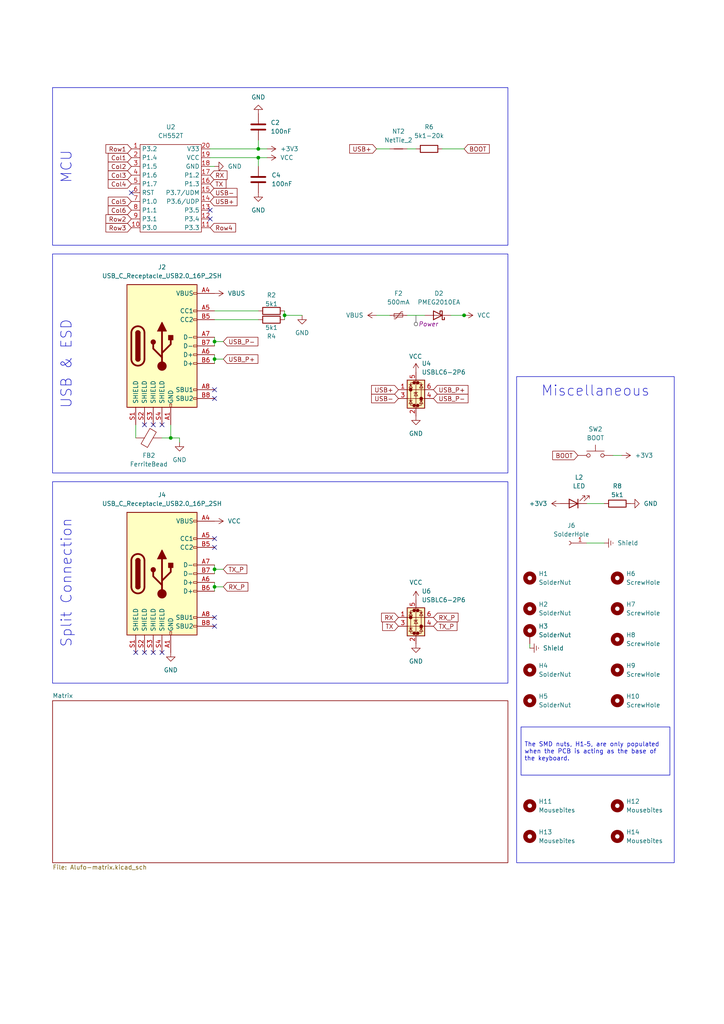
<source format=kicad_sch>
(kicad_sch (version 20250114) (generator "eeschema") (generator_version "9.0")
  (paper "A4" portrait)
  (title_block (title "Alufo ") (rev "1.0R") (company "bgkendall") (comment 1 "Split one-layer reversible keyboard PCB (righthand side)"))
  (lib_symbols
    (symbol "Connector:Conn_01x01_Socket" (pin_names (offset 1.016) (hide yes))
      (property "Reference" "J" (at 0 2.54 0))
      (property "Value" "Conn_01x01_Socket" (at 0 -2.54 0))
      (symbol "Conn_01x01_Socket_1_1"
        (polyline (pts (xy -1.27 0) (xy -0.508 0)) (stroke (width 0.1524)))
        (arc (start 0 -0.508) (mid -0.5058 0) (end 0 0.508) (stroke (width 0.1524)))
        (pin passive line (at -5.08 0 0) (length 3.81) (name "Pin_1") (number "1"))
      )
    )
    (symbol "Device:C" (pin_numbers (hide yes)) (pin_names (offset 0.254))
      (property "Reference" "C" (at 0.635 2.54 0))
      (property "Value" "C" (at 0.635 -2.54 0))
      (symbol "C_0_1"
        (polyline (pts (xy -2.032 0.762) (xy 2.032 0.762)) (stroke (width 0.508)))
        (polyline (pts (xy -2.032 -0.762) (xy 2.032 -0.762)) (stroke (width 0.508)))
      )
      (symbol "C_1_1"
        (pin passive line (at 0 3.81 270) (length 2.794) (name "~") (number "1"))
        (pin passive line (at 0 -3.81 90) (length 2.794) (name "~") (number "2"))
      )
    )
    (symbol "Device:D_Schottky" (pin_numbers (hide yes)) (pin_names (offset 1.016) (hide yes))
      (property "Reference" "D" (at 0 2.54 0))
      (property "Value" "D_Schottky" (at 0 -2.54 0))
      (symbol "D_Schottky_0_1"
        (polyline (pts (xy -1.905 0.635) (xy -1.905 1.27) (xy -1.27 1.27) (xy -1.27 -1.27) (xy -0.635 -1.27) (xy -0.635 -0.635)) (stroke (width 0.254)))
        (polyline (pts (xy 1.27 1.27) (xy 1.27 -1.27) (xy -1.27 0) (xy 1.27 1.27)) (stroke (width 0.254)))
        (polyline (pts (xy 1.27 0) (xy -1.27 0)))
      )
      (symbol "D_Schottky_1_1"
        (pin passive line (at -3.81 0 0) (length 2.54) (name "K") (number "1"))
        (pin passive line (at 3.81 0 180) (length 2.54) (name "A") (number "2"))
      )
    )
    (symbol "Device:FerriteBead" (pin_numbers (hide yes)) (pin_names (offset 0))
      (property "Reference" "FB" (at -3.81 0.635 90))
      (property "Value" "FerriteBead" (at 3.81 0 90))
      (symbol "FerriteBead_0_1"
        (polyline (pts (xy -2.7686 0.4064) (xy -1.7018 2.2606) (xy 2.7686 -0.3048) (xy 1.6764 -2.159) (xy -2.7686 0.4064)))
        (polyline (pts (xy 0 1.27) (xy 0 1.2954)))
        (polyline (pts (xy 0 -1.27) (xy 0 -1.2192)))
      )
      (symbol "FerriteBead_1_1"
        (pin passive line (at 0 3.81 270) (length 2.54) (name "~") (number "1"))
        (pin passive line (at 0 -3.81 90) (length 2.54) (name "~") (number "2"))
      )
    )
    (symbol "Device:LED" (pin_numbers (hide yes)) (pin_names (offset 1.016) (hide yes))
      (property "Reference" "D" (at 0 2.54 0))
      (property "Value" "LED" (at 0 -2.54 0))
      (symbol "LED_0_1"
        (polyline (pts (xy -3.048 -0.762) (xy -4.572 -2.286) (xy -3.81 -2.286) (xy -4.572 -2.286) (xy -4.572 -1.524)))
        (polyline (pts (xy -1.778 -0.762) (xy -3.302 -2.286) (xy -2.54 -2.286) (xy -3.302 -2.286) (xy -3.302 -1.524)))
        (polyline (pts (xy -1.27 0) (xy 1.27 0)))
        (polyline (pts (xy -1.27 -1.27) (xy -1.27 1.27)) (stroke (width 0.254)))
        (polyline (pts (xy 1.27 -1.27) (xy 1.27 1.27) (xy -1.27 0) (xy 1.27 -1.27)) (stroke (width 0.254)))
      )
      (symbol "LED_1_1"
        (pin passive line (at -3.81 0 0) (length 2.54) (name "K") (number "1"))
        (pin passive line (at 3.81 0 180) (length 2.54) (name "A") (number "2"))
      )
    )
    (symbol "Device:NetTie_2" (pin_numbers (hide yes)) (pin_names (offset 0) (hide yes)) (in_bom no)
      (property "Reference" "NT" (at 0 1.27 0))
      (property "Value" "NetTie_2" (at 0 -1.27 0))
      (symbol "NetTie_2_0_1"
        (polyline (pts (xy -1.27 0) (xy 1.27 0)) (stroke (width 0.254)))
      )
      (symbol "NetTie_2_1_1"
        (pin passive line (at -2.54 0 0) (length 2.54) (name "1") (number "1"))
        (pin passive line (at 2.54 0 180) (length 2.54) (name "2") (number "2"))
      )
    )
    (symbol "Device:Polyfuse_Small" (pin_numbers (hide yes)) (pin_names (offset 0))
      (property "Reference" "F" (at -1.905 0 90))
      (property "Value" "Polyfuse_Small" (at 1.905 0 90))
      (symbol "Polyfuse_Small_0_1"
        (polyline (pts (xy -1.016 1.27) (xy -1.016 0.762) (xy 1.016 -0.762) (xy 1.016 -1.27)))
        (rectangle (start -0.508 1.27) (end 0.508 -1.27))
        (polyline (pts (xy 0 2.54) (xy 0 -2.54)))
      )
      (symbol "Polyfuse_Small_1_1"
        (pin passive line (at 0 2.54 270) (length 0.635) (name "~") (number "1"))
        (pin passive line (at 0 -2.54 90) (length 0.635) (name "~") (number "2"))
      )
    )
    (symbol "Device:R" (pin_numbers (hide yes)) (pin_names (offset 0))
      (property "Reference" "R" (at 2.032 0 90))
      (property "Value" "R" (at 0 0 90))
      (symbol "R_0_1"
        (rectangle (start -1.016 -2.54) (end 1.016 2.54) (stroke (width 0.254)))
      )
      (symbol "R_1_1"
        (pin passive line (at 0 3.81 270) (length 1.27) (name "~") (number "1"))
        (pin passive line (at 0 -3.81 90) (length 1.27) (name "~") (number "2"))
      )
    )
    (symbol "Mechanical:MountingHole" (pin_names (offset 1.016)) (exclude_from_sim yes) (in_bom no)
      (property "Reference" "H" (at 0 5.08 0))
      (property "Value" "MountingHole" (at 0 3.175 0))
      (symbol "MountingHole_0_1"
        (circle (center 0 0) (radius 1.27) (stroke (width 1.27)))
      )
    )
    (symbol "Mechanical:MountingHole_Pad" (pin_numbers (hide yes)) (pin_names (offset 1.016) (hide yes)) (exclude_from_sim yes) (in_bom no)
      (property "Reference" "H" (at 0 6.35 0))
      (property "Value" "MountingHole_Pad" (at 0 4.445 0))
      (symbol "MountingHole_Pad_0_1"
        (circle (center 0 1.27) (radius 1.27) (stroke (width 1.27)))
      )
      (symbol "MountingHole_Pad_1_1"
        (pin input line (at 0 -2.54 90) (length 2.54) (name "1") (number "1"))
      )
    )
    (symbol "Power_Protection:USBLC6-2P6" (pin_names (hide yes))
      (property "Reference" "U" (at 0.635 5.715 0))
      (property "Value" "USBLC6-2P6" (at 0.635 3.81 0))
      (symbol "USBLC6-2P6_0_0"
        (circle (center -1.524 0) (radius 0.0001) (stroke (width 0.508)))
        (circle (center -0.508 2.032) (radius 0.0001) (stroke (width 0.508)))
        (circle (center -0.508 -4.572) (radius 0.0001) (stroke (width 0.508)))
        (circle (center 0.508 2.032) (radius 0.0001) (stroke (width 0.508)))
        (circle (center 0.508 -4.572) (radius 0.0001) (stroke (width 0.508)))
        (circle (center 1.524 -2.54) (radius 0.0001) (stroke (width 0.508)))
      )
      (symbol "USBLC6-2P6_0_1"
        (polyline (pts (xy -2.54 0) (xy 2.54 0)))
        (polyline (pts (xy -2.54 -2.54) (xy 2.54 -2.54)))
        (polyline (pts (xy -2.032 0.508) (xy -1.016 0.508) (xy -1.524 1.524) (xy -2.032 0.508)))
        (polyline (pts (xy -2.032 -3.048) (xy -1.016 -3.048)))
        (polyline (pts (xy -1.016 1.524) (xy -2.032 1.524)))
        (polyline (pts (xy -1.016 -4.064) (xy -2.032 -4.064) (xy -1.524 -3.048) (xy -1.016 -4.064)))
        (polyline (pts (xy -0.508 -1.143) (xy -0.508 -0.762) (xy 0.508 -0.762)))
        (polyline (pts (xy 0 2.54) (xy -0.508 2.032) (xy 0.508 2.032) (xy 0 1.524) (xy 0 -4.064) (xy -0.508 -4.572) (xy 0.508 -4.572) (xy 0 -5.08)))
        (polyline (pts (xy 0.508 -1.778) (xy -0.508 -1.778) (xy 0 -0.762) (xy 0.508 -1.778)))
        (polyline (pts (xy 1.016 1.524) (xy 2.032 1.524)))
        (polyline (pts (xy 1.016 -3.048) (xy 2.032 -3.048)))
        (polyline (pts (xy 2.032 0.508) (xy 1.016 0.508) (xy 1.524 1.524) (xy 2.032 0.508)))
        (polyline (pts (xy 2.032 -4.064) (xy 1.016 -4.064) (xy 1.524 -3.048) (xy 2.032 -4.064)))
      )
      (symbol "USBLC6-2P6_1_1"
        (rectangle (start -2.54 2.794) (end 2.54 -5.334) (stroke (width 0.254)) (fill (type background)))
        (polyline (pts (xy -0.508 2.032) (xy -1.524 2.032) (xy -1.524 -4.572) (xy -0.508 -4.572)))
        (polyline (pts (xy 0.508 -4.572) (xy 1.524 -4.572) (xy 1.524 2.032) (xy 0.508 2.032)))
        (pin passive line (at -5.08 0 0) (length 2.54) (name "I/O1") (number "1"))
        (pin passive line (at -5.08 -2.54 0) (length 2.54) (name "I/O2") (number "3"))
        (pin passive line (at 0 5.08 270) (length 2.54) (name "VBUS") (number "5"))
        (pin passive line (at 0 -7.62 90) (length 2.54) (name "GND") (number "2"))
        (pin passive line (at 5.08 0 180) (length 2.54) (name "I/O1") (number "6"))
        (pin passive line (at 5.08 -2.54 180) (length 2.54) (name "I/O2") (number "4"))
      )
    )
    (symbol "Project Library:MCU_CH552T_TSSOP-20"
      (property "Reference" "U1" (at 0.254 13.97 0))
      (property "Value" "CH552T" (at 0.254 11.43 0))
      (symbol "MCU_CH552T_TSSOP-20_0_1"
        (rectangle (start -8.89 10.16) (end 8.89 -15.24))
      )
      (symbol "MCU_CH552T_TSSOP-20_1_1"
        (pin input line (at -11.43 8.89 0) (length 2.54) (name "P3.2") (number "1"))
        (pin input line (at -11.43 6.35 0) (length 2.54) (name "P1.4") (number "2"))
        (pin input line (at -11.43 3.81 0) (length 2.54) (name "P1.5") (number "3"))
        (pin input line (at -11.43 1.27 0) (length 2.54) (name "P1.6") (number "4"))
        (pin input line (at -11.43 -1.27 0) (length 2.54) (name "P1.7") (number "5"))
        (pin input line (at -11.43 -3.81 0) (length 2.54) (name "RST") (number "6"))
        (pin input line (at -11.43 -6.35 0) (length 2.54) (name "P1.0") (number "7"))
        (pin input line (at -11.43 -8.89 0) (length 2.54) (name "P1.1") (number "8"))
        (pin input line (at -11.43 -11.43 0) (length 2.54) (name "P3.1") (number "9"))
        (pin input line (at -11.43 -13.97 0) (length 2.54) (name "P3.0") (number "10"))
        (pin input line (at 11.43 8.89 180) (length 2.54) (name "V33") (number "20"))
        (pin input line (at 11.43 6.35 180) (length 2.54) (name "VCC") (number "19"))
        (pin input line (at 11.43 3.81 180) (length 2.54) (name "GND") (number "18"))
        (pin input line (at 11.43 1.27 180) (length 2.54) (name "P1.2") (number "17"))
        (pin input line (at 11.43 -1.27 180) (length 2.54) (name "P1.3") (number "16"))
        (pin input line (at 11.43 -3.81 180) (length 2.54) (name "P3.7/UDM") (number "15"))
        (pin input line (at 11.43 -6.35 180) (length 2.54) (name "P3.6/UDP") (number "14"))
        (pin input line (at 11.43 -8.89 180) (length 2.54) (name "P3.5") (number "13"))
        (pin input line (at 11.43 -11.43 180) (length 2.54) (name "P3.4") (number "12"))
        (pin input line (at 11.43 -13.97 180) (length 2.54) (name "P3.3") (number "11"))
      )
    )
    (symbol "Project Library:USB_C_Receptacle_USB2.0_16P_2SH" (pin_names (offset 1.016))
      (property "Reference" "J" (at 0 22.225 0))
      (property "Value" "USB_C_Receptacle_USB2.0_16P_2SH" (at 0 19.685 0))
      (symbol "USB_C_Receptacle_USB2.0_16P_2SH_0_0"
        (rectangle (start 2.286 -17.78) (end 2.794 -16.764))
        (rectangle (start 10.16 15.494) (end 9.144 14.986))
        (rectangle (start 10.16 10.414) (end 9.144 9.906))
        (rectangle (start 10.16 7.874) (end 9.144 7.366))
        (rectangle (start 10.16 2.794) (end 9.144 2.286))
        (rectangle (start 10.16 0.254) (end 9.144 -0.254))
        (rectangle (start 10.16 -2.286) (end 9.144 -2.794))
        (rectangle (start 10.16 -4.826) (end 9.144 -5.334))
        (rectangle (start 10.16 -12.446) (end 9.144 -12.954))
        (rectangle (start 10.16 -14.986) (end 9.144 -15.494))
      )
      (symbol "USB_C_Receptacle_USB2.0_16P_2SH_0_1"
        (rectangle (start -10.16 17.78) (end 10.16 -17.78) (stroke (width 0.254)) (fill (type background)))
        (polyline (pts (xy -8.89 -3.81) (xy -8.89 3.81)) (stroke (width 0.508)))
        (rectangle (start -7.62 -3.81) (end -6.35 3.81) (stroke (width 0.254)) (fill (type outline)))
        (arc (start -7.62 3.81) (mid -6.985 4.4423) (end -6.35 3.81) (stroke (width 0.254)))
        (arc (start -7.62 3.81) (mid -6.985 4.4423) (end -6.35 3.81) (stroke (width 0.254)) (fill (type outline)))
        (arc (start -8.89 3.81) (mid -6.985 5.7067) (end -5.08 3.81) (stroke (width 0.508)))
        (arc (start -5.08 -3.81) (mid -6.985 -5.7067) (end -8.89 -3.81) (stroke (width 0.508)))
        (arc (start -6.35 -3.81) (mid -6.985 -4.4423) (end -7.62 -3.81) (stroke (width 0.254)))
        (arc (start -6.35 -3.81) (mid -6.985 -4.4423) (end -7.62 -3.81) (stroke (width 0.254)) (fill (type outline)))
        (polyline (pts (xy -5.08 3.81) (xy -5.08 -3.81)) (stroke (width 0.508)))
        (circle (center -2.54 1.143) (radius 0.635) (stroke (width 0.254)) (fill (type outline)))
        (polyline (pts (xy -1.27 4.318) (xy 0 6.858) (xy 1.27 4.318) (xy -1.27 4.318)) (stroke (width 0.254)) (fill (type outline)))
        (polyline (pts (xy 0 -2.032) (xy 2.54 0.508) (xy 2.54 1.778)) (stroke (width 0.508)))
        (polyline (pts (xy 0 -3.302) (xy -2.54 -0.762) (xy -2.54 0.508)) (stroke (width 0.508)))
        (polyline (pts (xy 0 -5.842) (xy 0 4.318)) (stroke (width 0.508)))
        (circle (center 0 -5.842) (radius 1.27) (fill (type outline)))
        (rectangle (start 1.905 1.778) (end 3.175 3.048) (stroke (width 0.254)) (fill (type outline)))
      )
      (symbol "USB_C_Receptacle_USB2.0_16P_2SH_1_1"
        (pin passive line (at -7.62 -22.86 90) (length 5.08) (name "SHIELD") (number "S1"))
        (pin passive line (at -5.08 -22.86 90) (length 5.08) (name "SHIELD") (number "S2"))
        (pin passive line (at -2.54 -22.86 90) (length 5.08) (name "SHIELD") (number "S3"))
        (pin passive line (at 0 -22.86 90) (length 5.08) (name "SHIELD") (number "S4"))
        (pin passive line (at 2.54 -22.86 90) (length 5.08) (name "GND") (number "A1"))
        (pin passive line (at 2.54 -22.86 90) (length 5.08) (hide yes) (name "GND") (number "A12"))
        (pin passive line (at 2.54 -22.86 90) (length 5.08) (hide yes) (name "GND") (number "B1"))
        (pin passive line (at 2.54 -22.86 90) (length 5.08) (hide yes) (name "GND") (number "B12"))
        (pin passive line (at 15.24 15.24 180) (length 5.08) (name "VBUS") (number "A4"))
        (pin passive line (at 15.24 15.24 180) (length 5.08) (hide yes) (name "VBUS") (number "A9"))
        (pin passive line (at 15.24 15.24 180) (length 5.08) (hide yes) (name "VBUS") (number "B4"))
        (pin passive line (at 15.24 15.24 180) (length 5.08) (hide yes) (name "VBUS") (number "B9"))
        (pin bidirectional line (at 15.24 10.16 180) (length 5.08) (name "CC1") (number "A5"))
        (pin bidirectional line (at 15.24 7.62 180) (length 5.08) (name "CC2") (number "B5"))
        (pin bidirectional line (at 15.24 2.54 180) (length 5.08) (name "D-") (number "A7"))
        (pin bidirectional line (at 15.24 0 180) (length 5.08) (name "D-") (number "B7"))
        (pin bidirectional line (at 15.24 -2.54 180) (length 5.08) (name "D+") (number "A6"))
        (pin bidirectional line (at 15.24 -5.08 180) (length 5.08) (name "D+") (number "B6"))
        (pin bidirectional line (at 15.24 -12.7 180) (length 5.08) (name "SBU1") (number "A8"))
        (pin bidirectional line (at 15.24 -15.24 180) (length 5.08) (name "SBU2") (number "B8"))
      )
    )
    (symbol "Switch:SW_Push" (pin_numbers (hide yes)) (pin_names (offset 1.016) (hide yes))
      (property "Reference" "SW" (at 1.27 2.54 0))
      (property "Value" "SW_Push" (at 0 -1.524 0))
      (symbol "SW_Push_0_1"
        (circle (center -2.032 0) (radius 0.508))
        (polyline (pts (xy 0 1.27) (xy 0 3.048)))
        (circle (center 2.032 0) (radius 0.508))
        (polyline (pts (xy 2.54 1.27) (xy -2.54 1.27)))
        (pin passive line (at -5.08 0 0) (length 2.54) (name "1") (number "1"))
        (pin passive line (at 5.08 0 180) (length 2.54) (name "2") (number "2"))
      )
    )
    (symbol "power:+3V3" (power) (pin_names (offset 0))
      (property "Value" "+3V3" (at 0 3.556 0))
      (symbol "+3V3_0_1"
        (polyline (pts (xy -0.762 1.27) (xy 0 2.54)))
        (polyline (pts (xy 0 2.54) (xy 0.762 1.27)))
        (polyline (pts (xy 0 0) (xy 0 2.54)))
      )
      (symbol "+3V3_1_1"
        (pin power_in line (at 0 0 90) (length 0) (hide yes) (name "+3V3") (number "1"))
      )
    )
    (symbol "power:Earth" (power) (pin_numbers (hide yes)) (pin_names (offset 0) (hide yes))
      (property "Value" "Earth" (at 0 -3.81 0))
      (symbol "Earth_0_1"
        (polyline (pts (xy -0.635 -1.905) (xy 0.635 -1.905)))
        (polyline (pts (xy -0.127 -2.54) (xy 0.127 -2.54)))
        (polyline (pts (xy 0 -1.27) (xy 0 0)))
        (polyline (pts (xy 1.27 -1.27) (xy -1.27 -1.27)))
      )
      (symbol "Earth_1_1"
        (pin power_in line (at 0 0 270) (length 0) (name "~") (number "1"))
      )
    )
    (symbol "power:GND" (power) (pin_numbers (hide yes)) (pin_names (offset 0) (hide yes))
      (property "Value" "GND" (at 0 -3.81 0))
      (symbol "GND_0_1"
        (polyline (pts (xy 0 0) (xy 0 -1.27) (xy 1.27 -1.27) (xy 0 -2.54) (xy -1.27 -1.27) (xy 0 -1.27)))
      )
      (symbol "GND_1_1"
        (pin power_in line (at 0 0 270) (length 0) (name "~") (number "1"))
      )
    )
    (symbol "power:VBUS" (power) (pin_names (offset 0))
      (property "Value" "VBUS" (at 0 3.81 0))
      (symbol "VBUS_0_1"
        (polyline (pts (xy -0.762 1.27) (xy 0 2.54)))
        (polyline (pts (xy 0 2.54) (xy 0.762 1.27)))
        (polyline (pts (xy 0 0) (xy 0 2.54)))
      )
      (symbol "VBUS_1_1"
        (pin power_in line (at 0 0 90) (length 0) (hide yes) (name "VBUS") (number "1"))
      )
    )
    (symbol "power:VCC" (power) (pin_names (offset 0))
      (property "Value" "VCC" (at 0 3.81 0))
      (symbol "VCC_0_1"
        (polyline (pts (xy -0.762 1.27) (xy 0 2.54)))
        (polyline (pts (xy 0 2.54) (xy 0.762 1.27)))
        (polyline (pts (xy 0 0) (xy 0 2.54)))
      )
      (symbol "VCC_1_1"
        (pin power_in line (at 0 0 90) (length 0) (hide yes) (name "VCC") (number "1"))
      )
    )
  )
  (text_box "MCU" (at 15.24 25.4 90) (size 132.08 45.72) (margins 2.25 2.25 2.25 2.25) (effects (font (size 3 3)) (justify top)))
  (text_box "Miscellaneous" (at 149.86 109.22 0) (size 45.72 140.97) (margins 2.25 2.25 2.25 2.25) (effects (font (size 3 3)) (justify top)))
  (text_box "Split Connection" (at 15.24 139.7 90) (size 132.08 58.42) (margins 2.25 2.25 2.25 2.25) (effects (font (size 3 3)) (justify top)))
  (text_box "USB & ESD" (at 15.24 73.66 90) (size 132.08 63.5) (margins 2.25 2.25 2.25 2.25) (effects (font (size 3 3)) (justify top)))
  (text_box "The SMD nuts, H1–5, are only populated when the PCB is acting as the base of the keyboard." (at 151.13 210.82 0) (size 43.18 13.97) (margins 0.9525 0.9525 0.9525 0.9525) (effects (font (size 1.27 1.27)) (justify left)))
  (junction (at 49.53 127))
  (junction (at 62.23 170.18))
  (junction (at 134.62 91.44))
  (junction (at 74.93 45.72))
  (junction (at 62.23 104.14))
  (junction (at 74.93 43.18))
  (junction (at 82.55 91.44))
  (junction (at 62.23 165.1))
  (junction (at 62.23 99.06))
  (no_connect (at 60.96 60.96))
  (no_connect (at 44.45 189.23))
  (no_connect (at 39.37 189.23))
  (no_connect (at 46.99 123.19))
  (no_connect (at 41.91 189.23))
  (no_connect (at 62.23 181.61))
  (no_connect (at 62.23 158.75))
  (no_connect (at 38.1 55.88))
  (no_connect (at 46.99 189.23))
  (no_connect (at 60.96 63.5))
  (no_connect (at 62.23 156.21))
  (no_connect (at 41.91 123.19))
  (no_connect (at 62.23 115.57))
  (no_connect (at 62.23 179.07))
  (no_connect (at 62.23 113.03))
  (no_connect (at 44.45 123.19))
  (wire (pts (xy 74.93 45.72) (xy 77.47 45.72)))
  (wire (pts (xy 74.93 92.71) (xy 62.23 92.71)))
  (wire (pts (xy 62.23 170.18) (xy 62.23 171.45)))
  (wire (pts (xy 62.23 163.83) (xy 62.23 165.1)))
  (wire (pts (xy 64.77 170.18) (xy 62.23 170.18)))
  (wire (pts (xy 87.63 91.44) (xy 82.55 91.44)))
  (wire (pts (xy 52.07 127) (xy 49.53 127)))
  (wire (pts (xy 118.11 91.44) (xy 123.19 91.44)))
  (wire (pts (xy 180.34 132.08) (xy 177.8 132.08)))
  (wire (pts (xy 60.96 45.72) (xy 74.93 45.72)))
  (wire (pts (xy 39.37 127) (xy 39.37 123.19)))
  (wire (pts (xy 134.62 43.18) (xy 128.27 43.18)))
  (wire (pts (xy 82.55 91.44) (xy 82.55 92.71)))
  (wire (pts (xy 60.96 48.26) (xy 62.23 48.26)))
  (wire (pts (xy 74.93 43.18) (xy 77.47 43.18)))
  (wire (pts (xy 64.77 99.06) (xy 62.23 99.06)))
  (wire (pts (xy 49.53 127) (xy 46.99 127)))
  (wire (pts (xy 109.22 43.18) (xy 113.03 43.18)))
  (wire (pts (xy 62.23 168.91) (xy 62.23 170.18)))
  (wire (pts (xy 74.93 48.26) (xy 74.93 45.72)))
  (wire (pts (xy 153.67 186.69) (xy 153.67 187.96)))
  (wire (pts (xy 74.93 40.64) (xy 74.93 43.18)))
  (wire (pts (xy 60.96 43.18) (xy 74.93 43.18)))
  (wire (pts (xy 170.18 146.05) (xy 175.26 146.05)))
  (wire (pts (xy 62.23 102.87) (xy 62.23 104.14)))
  (wire (pts (xy 170.18 157.48) (xy 175.26 157.48)))
  (wire (pts (xy 74.93 90.17) (xy 62.23 90.17)))
  (wire (pts (xy 64.77 104.14) (xy 62.23 104.14)))
  (wire (pts (xy 130.81 91.44) (xy 134.62 91.44)))
  (wire (pts (xy 118.11 43.18) (xy 120.65 43.18)))
  (wire (pts (xy 62.23 104.14) (xy 62.23 105.41)))
  (wire (pts (xy 52.07 127) (xy 52.07 128.27)))
  (wire (pts (xy 62.23 99.06) (xy 62.23 100.33)))
  (wire (pts (xy 109.22 91.44) (xy 113.03 91.44)))
  (wire (pts (xy 62.23 97.79) (xy 62.23 99.06)))
  (wire (pts (xy 62.23 165.1) (xy 62.23 166.37)))
  (wire (pts (xy 49.53 123.19) (xy 49.53 127)))
  (wire (pts (xy 134.62 91.44) (xy 135.128 91.44)))
  (wire (pts (xy 82.55 90.17) (xy 82.55 91.44)))
  (wire (pts (xy 64.77 165.1) (xy 62.23 165.1)))
  (global_label "USB-" (shape input) (at 60.96 55.88 0) (property "Intersheetrefs" "${INTERSHEET_REFS}" (effects (hide yes))))
  (global_label "RX_P" (shape input) (at 125.73 179.07 0) (property "Intersheetrefs" "${INTERSHEET_REFS}" (effects (hide yes))))
  (global_label "BOOT" (shape input) (at 134.62 43.18 0) (property "Intersheetrefs" "${INTERSHEET_REFS}" (effects (hide yes))))
  (global_label "TX" (shape input) (at 60.96 53.34 0) (property "Intersheetrefs" "${INTERSHEET_REFS}" (effects (hide yes))))
  (global_label "RX" (shape input) (at 115.57 179.07 180) (property "Intersheetrefs" "${INTERSHEET_REFS}" (effects (hide yes))))
  (global_label "TX_P" (shape input) (at 125.73 181.61 0) (property "Intersheetrefs" "${INTERSHEET_REFS}" (effects (hide yes))))
  (global_label "USB_P-" (shape input) (at 64.77 99.06 0) (property "Intersheetrefs" "${INTERSHEET_REFS}" (effects (hide yes))))
  (global_label "Col3" (shape input) (at 38.1 50.8 180) (property "Intersheetrefs" "${INTERSHEET_REFS}" (effects (hide yes))))
  (global_label "USB_P-" (shape input) (at 125.73 115.57 0) (property "Intersheetrefs" "${INTERSHEET_REFS}" (effects (hide yes))))
  (global_label "USB_P+" (shape input) (at 125.73 113.03 0) (property "Intersheetrefs" "${INTERSHEET_REFS}" (effects (hide yes))))
  (global_label "USB+" (shape input) (at 60.96 58.42 0) (property "Intersheetrefs" "${INTERSHEET_REFS}" (effects (hide yes))))
  (global_label "Col4" (shape input) (at 38.1 53.34 180) (property "Intersheetrefs" "${INTERSHEET_REFS}" (effects (hide yes))))
  (global_label "Row4" (shape input) (at 60.96 66.04 0) (property "Intersheetrefs" "${INTERSHEET_REFS}" (effects (hide yes))))
  (global_label "Col6" (shape input) (at 38.1 60.96 180) (property "Intersheetrefs" "${INTERSHEET_REFS}" (effects (hide yes))))
  (global_label "USB+" (shape input) (at 109.22 43.18 180) (property "Intersheetrefs" "${INTERSHEET_REFS}" (effects (hide yes))))
  (global_label "USB_P+" (shape input) (at 64.77 104.14 0) (property "Intersheetrefs" "${INTERSHEET_REFS}" (effects (hide yes))))
  (global_label "Row2" (shape input) (at 38.1 63.5 180) (property "Intersheetrefs" "${INTERSHEET_REFS}" (effects (hide yes))))
  (global_label "Row3" (shape input) (at 38.1 66.04 180) (property "Intersheetrefs" "${INTERSHEET_REFS}" (effects (hide yes))))
  (global_label "USB+" (shape input) (at 115.57 113.03 180) (property "Intersheetrefs" "${INTERSHEET_REFS}" (effects (hide yes))))
  (global_label "Col2" (shape input) (at 38.1 48.26 180) (property "Intersheetrefs" "${INTERSHEET_REFS}" (effects (hide yes))))
  (global_label "RX_P" (shape input) (at 64.77 170.18 0) (property "Intersheetrefs" "${INTERSHEET_REFS}" (effects (hide yes))))
  (global_label "USB-" (shape input) (at 115.57 115.57 180) (property "Intersheetrefs" "${INTERSHEET_REFS}" (effects (hide yes))))
  (global_label "TX_P" (shape input) (at 64.77 165.1 0) (property "Intersheetrefs" "${INTERSHEET_REFS}" (effects (hide yes))))
  (global_label "BOOT" (shape input) (at 167.64 132.08 180) (property "Intersheetrefs" "${INTERSHEET_REFS}" (effects (hide yes))))
  (global_label "Row1" (shape input) (at 38.1 43.18 180) (property "Intersheetrefs" "${INTERSHEET_REFS}" (effects (hide yes))))
  (global_label "Col1" (shape input) (at 38.1 45.72 180) (property "Intersheetrefs" "${INTERSHEET_REFS}" (effects (hide yes))))
  (global_label "RX" (shape input) (at 60.96 50.8 0) (property "Intersheetrefs" "${INTERSHEET_REFS}" (effects (hide yes))))
  (global_label "TX" (shape input) (at 115.57 181.61 180) (property "Intersheetrefs" "${INTERSHEET_REFS}" (effects (hide yes))))
  (global_label "Col5" (shape input) (at 38.1 58.42 180) (property "Intersheetrefs" "${INTERSHEET_REFS}" (effects (hide yes))))
  (netclass_flag "" (length 2.54) (shape round) (at 120.65 91.44 180) (property "Netclass" "Power" (at 121.3485 93.98 0) (effects (font (italic yes)) (justify left))))
  (symbol (lib_id "Project Library:USB_C_Receptacle_USB2.0_16P_2SH") (at 46.99 100.33 0) (unit 1)
    (property "Reference" "J2" (at 46.99 77.47 0))
    (property "Value" "USB_C_Receptacle_USB2.0_16P_2SH" (at 46.99 80.01 0))
    (property "Footprint" "Project Library:USB_C_Receptacle_HRO_TYPE-C-31-M-12" (effects (hide yes)))
    (property "Datasheet" "https://www.usb.org/sites/default/files/documents/usb_type-c.zip" (effects (hide yes)))
    (property "Description" "USB 2.0-only 16P Type-C Receptacle connector" (effects (hide yes)))
  )
  (symbol (lib_id "Mechanical:MountingHole") (at 179.07 233.68 0) (unit 1) (exclude_from_sim yes) (in_bom no)
    (property "Reference" "H12" (at 181.61 232.4099 0) (effects (justify left)))
    (property "Value" "Mousebites" (at 181.61 234.9499 0) (effects (justify left)))
    (property "Footprint" "Project Library:Mousebites" (effects (hide yes)))
    (property "Description" "Mounting Hole without connection" (effects (hide yes)))
  )
  (symbol (lib_id "Project Library:USB_C_Receptacle_USB2.0_16P_2SH") (at 46.99 166.37 0) (unit 1)
    (property "Reference" "J4" (at 46.99 143.51 0))
    (property "Value" "USB_C_Receptacle_USB2.0_16P_2SH" (at 46.99 146.05 0))
    (property "Footprint" "Project Library:USB_C_Receptacle_HRO_TYPE-C-31-M-12" (effects (hide yes)))
    (property "Datasheet" "https://www.usb.org/sites/default/files/documents/usb_type-c.zip" (effects (hide yes)))
    (property "Description" "USB 2.0-only 16P Type-C Receptacle connector" (effects (hide yes)))
  )
  (symbol (lib_id "Power_Protection:USBLC6-2P6") (at 120.65 179.07 0) (unit 1)
    (property "Reference" "U6" (at 122.3011 171.45 0) (effects (justify left)))
    (property "Value" "USBLC6-2P6" (at 122.3011 173.99 0) (effects (justify left)))
    (property "Footprint" "Project Library:SOT-666_Mod" (effects (hide yes)))
    (property "Datasheet" "https://www.st.com/resource/en/datasheet/usblc6-2.pdf" (effects (hide yes)))
    (property "Description" "Very low capacitance ESD protection diode, 2 data-line, SOT-666" (effects (hide yes)))
  )
  (symbol (lib_id "Device:LED") (at 166.37 146.05 180) (unit 1)
    (property "Reference" "L2" (at 167.9575 138.43 0))
    (property "Value" "LED" (at 167.9575 140.97 0))
    (property "Footprint" "Project Library:LED_0805_2012Metric_Mod" (effects (hide yes)))
    (property "Description" "Light emitting diode" (effects (hide yes)))
  )
  (symbol (lib_id "Device:C") (at 74.93 36.83 180) (unit 1)
    (property "Reference" "C2" (at 78.486 35.56 0) (effects (justify right)))
    (property "Value" "100nF" (at 78.486 38.1 0) (effects (justify right)))
    (property "Footprint" "Capacitor_SMD:C_0603_1608Metric" (effects (hide yes)))
    (property "LCSC" "C66501" (effects (hide yes)))
    (property "DigiKey" "1276-1005" (effects (hide yes)))
  )
  (symbol (lib_id "Mechanical:MountingHole") (at 179.07 242.57 0) (unit 1) (exclude_from_sim yes) (in_bom no)
    (property "Reference" "H14" (at 181.61 241.2999 0) (effects (justify left)))
    (property "Value" "Mousebites" (at 181.61 243.8399 0) (effects (justify left)))
    (property "Footprint" "Project Library:Mousebites" (effects (hide yes)))
    (property "Description" "Mounting Hole without connection" (effects (hide yes)))
  )
  (symbol (lib_id "power:GND") (at 74.93 55.88 0) (unit 1)
    (property "Reference" "#PWR030" (effects (hide yes)))
    (property "Value" "GND" (at 74.93 60.96 0))
  )
  (symbol (lib_id "power:GND") (at 120.65 186.69 0) (unit 1)
    (property "Reference" "#PWR032" (effects (hide yes)))
    (property "Value" "GND" (at 120.65 191.77 0))
    (property "Description" "Power symbol creates a global label with name \"GND\" , ground" (effects (hide yes)))
  )
  (symbol (lib_id "Mechanical:MountingHole") (at 153.67 203.2 0) (unit 1) (exclude_from_sim yes)
    (property "Reference" "H5" (at 156.21 201.9299 0) (effects (justify left)))
    (property "Value" "SolderNut" (at 156.21 204.4699 0) (effects (justify left)))
    (property "Footprint" "Project Library:MountingHole_2.2mm_M2_SMD_Solder_Nut" (effects (hide yes)))
    (property "Description" "Mounting Hole without connection" (effects (hide yes)))
  )
  (symbol (lib_id "power:VCC") (at 134.62 91.44 270) (unit 1)
    (property "Reference" "#PWR035" (effects (hide yes)))
    (property "Value" "VCC" (at 138.43 91.4399 90) (effects (justify left)))
  )
  (symbol (lib_id "Connector:Conn_01x01_Socket") (at 165.1 157.48 180) (unit 1)
    (property "Reference" "J6" (at 165.735 152.4 0))
    (property "Value" "SolderHole" (at 165.735 154.94 0))
    (property "Footprint" "Project Library:TestPoint_THTPad_D2.5mm_Drill1.2mm" (effects (hide yes)))
    (property "Description" "Generic connector, single row, 01x01, script generated" (effects (hide yes)))
  )
  (symbol (lib_id "power:GND") (at 74.93 33.02 180) (unit 1)
    (property "Reference" "#PWR026" (effects (hide yes)))
    (property "Value" "GND" (at 74.93 28.194 0))
  )
  (symbol (lib_id "Mechanical:MountingHole") (at 153.67 233.68 0) (unit 1) (exclude_from_sim yes) (in_bom no)
    (property "Reference" "H11" (at 156.21 232.4099 0) (effects (justify left)))
    (property "Value" "Mousebites" (at 156.21 234.9499 0) (effects (justify left)))
    (property "Footprint" "Project Library:Mousebites" (effects (hide yes)))
    (property "Description" "Mounting Hole without connection" (effects (hide yes)))
  )
  (symbol (lib_id "power:GND") (at 49.53 189.23 0) (unit 1)
    (property "Reference" "#PWR033" (effects (hide yes)))
    (property "Value" "GND" (at 49.53 194.31 0))
    (property "Description" "Power symbol creates a global label with name \"GND\" , ground" (effects (hide yes)))
  )
  (symbol (lib_id "Mechanical:MountingHole") (at 179.07 185.42 0) (unit 1) (exclude_from_sim yes) (in_bom no)
    (property "Reference" "H8" (at 181.61 184.1499 0) (effects (justify left)))
    (property "Value" "ScrewHole" (at 181.61 186.6899 0) (effects (justify left)))
    (property "Footprint" "MountingHole:MountingHole_2.2mm_M2" (effects (hide yes)))
    (property "Description" "Mounting Hole without connection" (effects (hide yes)))
  )
  (symbol (lib_id "Device:FerriteBead") (at 43.18 127 90) (unit 1)
    (property "Reference" "FB2" (at 43.18 132.08 90))
    (property "Value" "FerriteBead" (at 43.18 134.62 90))
    (property "Footprint" "Inductor_SMD:L_0805_2012Metric" (effects (hide yes)))
    (property "Description" "Ferrite bead" (effects (hide yes)))
  )
  (symbol (lib_id "Device:C") (at 74.93 52.07 0) (unit 1)
    (property "Reference" "C4" (at 78.74 50.7999 0) (effects (justify left)))
    (property "Value" "100nF" (at 78.74 53.3399 0) (effects (justify left)))
    (property "Footprint" "Capacitor_SMD:C_0603_1608Metric" (effects (hide yes)))
    (property "LCSC" "C66501" (effects (hide yes)))
    (property "DigiKey" "1276-1005" (effects (hide yes)))
  )
  (symbol (lib_id "power:GND") (at 62.23 48.26 90) (unit 1)
    (property "Reference" "#PWR029" (effects (hide yes)))
    (property "Value" "GND" (at 66.04 48.2599 90) (effects (justify right)))
    (property "Description" "Power symbol creates a global label with name \"GND\" , ground" (effects (hide yes)))
  )
  (symbol (lib_id "power:Earth") (at 175.26 157.48 90) (unit 1)
    (property "Reference" "#PWR01" (effects (hide yes)))
    (property "Value" "Shield" (at 179.07 157.4799 90) (effects (justify right)))
    (property "Description" "Power symbol creates a global label with name \"Earth\"" (effects (hide yes)))
  )
  (symbol (lib_id "Device:R") (at 78.74 90.17 90) (unit 1)
    (property "Reference" "R2" (at 78.74 85.598 90))
    (property "Value" "5k1" (at 78.74 88.138 90))
    (property "Footprint" "Resistor_SMD:R_0603_1608Metric" (effects (hide yes)))
    (property "LCSC" "C23186" (effects (hide yes)))
    (property "DigiKey" "311-5.10KHR" (effects (hide yes)))
  )
  (symbol (lib_id "power:VCC") (at 120.65 173.99 0) (unit 1)
    (property "Reference" "#PWR031" (effects (hide yes)))
    (property "Value" "VCC" (at 120.65 168.91 0))
  )
  (symbol (lib_id "power:+3V3") (at 180.34 132.08 270) (unit 1)
    (property "Reference" "#PWR010" (effects (hide yes)))
    (property "Value" "+3V3" (at 184.15 132.0799 90) (effects (justify left)))
  )
  (symbol (lib_id "Device:Polyfuse_Small") (at 115.57 91.44 90) (unit 1)
    (property "Reference" "F2" (at 115.57 85.09 90))
    (property "Value" "500mA" (at 115.57 87.63 90))
    (property "Footprint" "Fuse:Fuse_0603_1608Metric" (effects (hide yes)))
    (property "LCSC" "C210357" (effects (hide yes)))
    (property "DigiKey" "MF-FSMF050X" (effects (hide yes)))
  )
  (symbol (lib_id "Mechanical:MountingHole") (at 153.67 167.64 0) (unit 1) (exclude_from_sim yes)
    (property "Reference" "H1" (at 156.21 166.3699 0) (effects (justify left)))
    (property "Value" "SolderNut" (at 156.21 168.9099 0) (effects (justify left)))
    (property "Footprint" "Project Library:MountingHole_2.2mm_M2_SMD_Solder_Nut" (effects (hide yes)))
    (property "Description" "Mounting Hole without connection" (effects (hide yes)))
  )
  (symbol (lib_id "power:VBUS") (at 62.23 85.09 270) (unit 1)
    (property "Reference" "#PWR023" (effects (hide yes)))
    (property "Value" "VBUS" (at 66.04 85.0899 90) (effects (justify left)))
  )
  (symbol (lib_id "power:VCC") (at 120.65 107.95 0) (unit 1)
    (property "Reference" "#PWR036" (effects (hide yes)))
    (property "Value" "VCC" (at 118.618 103.378 0) (effects (justify left)))
  )
  (symbol (lib_id "power:VBUS") (at 109.22 91.44 90) (unit 1)
    (property "Reference" "#PWR034" (effects (hide yes)))
    (property "Value" "VBUS" (at 100.33 91.44 90) (effects (justify right)))
  )
  (symbol (lib_id "Mechanical:MountingHole") (at 179.07 176.53 0) (unit 1) (exclude_from_sim yes) (in_bom no)
    (property "Reference" "H7" (at 181.61 175.2599 0) (effects (justify left)))
    (property "Value" "ScrewHole" (at 181.61 177.7999 0) (effects (justify left)))
    (property "Footprint" "MountingHole:MountingHole_2.2mm_M2" (effects (hide yes)))
    (property "Description" "Mounting Hole without connection" (effects (hide yes)))
  )
  (symbol (lib_id "Mechanical:MountingHole") (at 153.67 194.31 0) (unit 1) (exclude_from_sim yes)
    (property "Reference" "H4" (at 156.21 193.0399 0) (effects (justify left)))
    (property "Value" "SolderNut" (at 156.21 195.5799 0) (effects (justify left)))
    (property "Footprint" "Project Library:MountingHole_2.2mm_M2_SMD_Solder_Nut" (effects (hide yes)))
    (property "Description" "Mounting Hole without connection" (effects (hide yes)))
  )
  (symbol (lib_id "Mechanical:MountingHole") (at 153.67 242.57 0) (unit 1) (exclude_from_sim yes) (in_bom no)
    (property "Reference" "H13" (at 156.21 241.2999 0) (effects (justify left)))
    (property "Value" "Mousebites" (at 156.21 243.8399 0) (effects (justify left)))
    (property "Footprint" "Project Library:Mousebites" (effects (hide yes)))
    (property "Description" "Mounting Hole without connection" (effects (hide yes)))
  )
  (symbol (lib_id "power:VCC") (at 162.56 146.05 90) (unit 1)
    (property "Reference" "#PWR020" (effects (hide yes)))
    (property "Value" "+3V3" (at 158.75 146.0499 90) (effects (justify left)))
  )
  (symbol (lib_id "power:VCC") (at 77.47 45.72 270) (unit 1)
    (property "Reference" "#PWR028" (effects (hide yes)))
    (property "Value" "VCC" (at 81.28 45.7199 90) (effects (justify left)))
  )
  (symbol (lib_id "Device:R") (at 78.74 92.71 90) (mirror x) (unit 1)
    (property "Reference" "R4" (at 78.74 97.536 90))
    (property "Value" "5k1" (at 78.74 94.996 90))
    (property "Footprint" "Resistor_SMD:R_0603_1608Metric" (effects (hide yes)))
    (property "LCSC" "C23186" (effects (hide yes)))
    (property "DigiKey" "311-5.10KHR" (effects (hide yes)))
  )
  (symbol (lib_id "Power_Protection:USBLC6-2P6") (at 120.65 113.03 0) (unit 1)
    (property "Reference" "U4" (at 122.3011 105.41 0) (effects (justify left)))
    (property "Value" "USBLC6-2P6" (at 122.3011 107.95 0) (effects (justify left)))
    (property "Footprint" "Project Library:SOT-666_Mod" (effects (hide yes)))
    (property "Datasheet" "https://www.st.com/resource/en/datasheet/usblc6-2.pdf" (effects (hide yes)))
    (property "Description" "Very low capacitance ESD protection diode, 2 data-line, SOT-666" (effects (hide yes)))
  )
  (symbol (lib_id "power:GND") (at 182.88 146.05 90) (unit 1)
    (property "Reference" "#PWR021" (effects (hide yes)))
    (property "Value" "GND" (at 186.69 146.0499 90) (effects (justify right)))
    (property "Description" "Power symbol creates a global label with name \"GND\" , ground" (effects (hide yes)))
  )
  (symbol (lib_id "power:VCC") (at 62.23 151.13 270) (unit 1)
    (property "Reference" "#PWR022" (effects (hide yes)))
    (property "Value" "VCC" (at 66.04 151.1299 90) (effects (justify left)))
  )
  (symbol (lib_id "power:GND") (at 52.07 128.27 0) (unit 1)
    (property "Reference" "#PWR025" (effects (hide yes)))
    (property "Value" "GND" (at 52.07 133.35 0))
    (property "Description" "Power symbol creates a global label with name \"GND\" , ground" (effects (hide yes)))
  )
  (symbol (lib_id "Mechanical:MountingHole") (at 179.07 203.2 0) (unit 1) (exclude_from_sim yes) (in_bom no)
    (property "Reference" "H10" (at 181.61 201.9299 0) (effects (justify left)))
    (property "Value" "ScrewHole" (at 181.61 204.4699 0) (effects (justify left)))
    (property "Footprint" "MountingHole:MountingHole_2.2mm_M2" (effects (hide yes)))
    (property "Description" "Mounting Hole without connection" (effects (hide yes)))
  )
  (symbol (lib_id "power:+3V3") (at 77.47 43.18 270) (unit 1)
    (property "Reference" "#PWR027" (effects (hide yes)))
    (property "Value" "+3V3" (at 81.28 43.18 90) (effects (justify left)))
  )
  (symbol (lib_id "power:GND") (at 87.63 91.44 0) (unit 1)
    (property "Reference" "#PWR024" (effects (hide yes)))
    (property "Value" "GND" (at 87.63 96.52 0))
    (property "Description" "Power symbol creates a global label with name \"GND\" , ground" (effects (hide yes)))
  )
  (symbol (lib_id "Mechanical:MountingHole_Pad") (at 153.67 184.15 0) (unit 1) (exclude_from_sim yes)
    (property "Reference" "H3" (at 156.21 181.6099 0) (effects (justify left)))
    (property "Value" "SolderNut" (at 156.21 184.1499 0) (effects (justify left)))
    (property "Footprint" "Project Library:MountingHole_2.2mm_M2_SMD_Solder_Nut_Pad" (effects (hide yes)))
    (property "Description" "Mounting Hole with connection" (effects (hide yes)))
  )
  (symbol (lib_id "Project Library:MCU_CH552T_TSSOP-20") (at 49.53 52.07 0) (unit 1)
    (property "Reference" "U2" (at 49.53 36.83 0))
    (property "Value" "CH552T" (at 49.53 39.37 0))
    (property "Footprint" "Package_SO:TSSOP-20_4.4x6.5mm_P0.65mm" (effects (hide yes)))
    (property "Datasheet" "https://www.wch-ic.com/downloads/file/309.html" (effects (hide yes)))
    (property "LCSC" "C111367" (effects (hide yes)))
  )
  (symbol (lib_id "Device:R") (at 124.46 43.18 90) (unit 1)
    (property "Reference" "R6" (at 124.46 36.83 90))
    (property "Value" "5k1-20k" (at 124.46 39.37 90))
    (property "Footprint" "Resistor_SMD:R_0603_1608Metric" (effects (hide yes)))
    (property "LCSC" "C25804" (effects (hide yes)))
    (property "DigiKey" "311-10.0KHR" (effects (hide yes)))
  )
  (symbol (lib_id "power:Earth") (at 153.67 187.96 90) (unit 1)
    (property "Reference" "#PWR02" (effects (hide yes)))
    (property "Value" "Shield" (at 157.48 187.9599 90) (effects (justify right)))
    (property "Description" "Power symbol creates a global label with name \"Earth\"" (effects (hide yes)))
  )
  (symbol (lib_id "Mechanical:MountingHole") (at 179.07 194.31 0) (unit 1) (exclude_from_sim yes) (in_bom no)
    (property "Reference" "H9" (at 181.61 193.0399 0) (effects (justify left)))
    (property "Value" "ScrewHole" (at 181.61 195.5799 0) (effects (justify left)))
    (property "Footprint" "MountingHole:MountingHole_2.2mm_M2" (effects (hide yes)))
    (property "Description" "Mounting Hole without connection" (effects (hide yes)))
  )
  (symbol (lib_id "Device:NetTie_2") (at 115.57 43.18 0) (unit 1) (in_bom no)
    (property "Reference" "NT2" (at 115.57 38.1 0))
    (property "Value" "NetTie_2" (at 115.57 40.64 0))
    (property "Footprint" "Project Library:NetTie-2_SMD_Pad0.2mm" (effects (hide yes)))
    (property "Description" "Net tie, 2 pins" (effects (hide yes)))
  )
  (symbol (lib_id "power:GND") (at 120.65 120.65 0) (unit 1)
    (property "Reference" "#PWR037" (effects (hide yes)))
    (property "Value" "GND" (at 120.65 125.73 0))
    (property "Description" "Power symbol creates a global label with name \"GND\" , ground" (effects (hide yes)))
  )
  (symbol (lib_id "Device:R") (at 179.07 146.05 90) (unit 1)
    (property "Reference" "R8" (at 179.07 140.97 90))
    (property "Value" "5k1" (at 179.07 143.51 90))
    (property "Footprint" "Resistor_SMD:R_0603_1608Metric" (effects (hide yes)))
    (property "Description" "Resistor" (effects (hide yes)))
  )
  (symbol (lib_id "Switch:SW_Push") (at 172.72 132.08 0) (unit 1)
    (property "Reference" "SW2" (at 172.72 124.46 0))
    (property "Value" "BOOT" (at 172.72 127 0))
    (property "Footprint" "Project Library:SW_SPST_SKQG_WithStem" (effects (hide yes)))
    (property "LCSC" "C115351" (effects (hide yes)))
    (property "DigiKey" "4809-SKQGABE010" (effects (hide yes)))
  )
  (symbol (lib_id "Mechanical:MountingHole") (at 179.07 167.64 0) (unit 1) (exclude_from_sim yes) (in_bom no)
    (property "Reference" "H6" (at 181.61 166.3699 0) (effects (justify left)))
    (property "Value" "ScrewHole" (at 181.61 168.9099 0) (effects (justify left)))
    (property "Footprint" "MountingHole:MountingHole_2.2mm_M2" (effects (hide yes)))
    (property "Description" "Mounting Hole without connection" (effects (hide yes)))
  )
  (symbol (lib_id "Device:D_Schottky") (at 127 91.44 180) (unit 1)
    (property "Reference" "D2" (at 127.3175 85.09 0))
    (property "Value" "PMEG2010EA" (at 127.3175 87.63 0))
    (property "Footprint" "Diode_SMD:D_SOD-323" (effects (hide yes)))
    (property "LCSC" "C2837790" (effects (hide yes)))
    (property "DigiKey" "1727-4326" (effects (hide yes)))
  )
  (symbol (lib_id "Mechanical:MountingHole") (at 153.67 176.53 0) (unit 1) (exclude_from_sim yes)
    (property "Reference" "H2" (at 156.21 175.2599 0) (effects (justify left)))
    (property "Value" "SolderNut" (at 156.21 177.7999 0) (effects (justify left)))
    (property "Footprint" "Project Library:MountingHole_2.2mm_M2_SMD_Solder_Nut" (effects (hide yes)))
    (property "Description" "Mounting Hole without connection" (effects (hide yes)))
  )
  (sheet (at 15.24 203.2) (size 132.08 46.99) (stroke (width 0.1524))
    (property "Sheetname" "Matrix" (at 15.24 202.4884 0) (effects (justify left bottom)))
    (property "Sheetfile" "Alufo-matrix.kicad_sch" (at 15.24 250.7746 0) (effects (justify left top)))
  )
)
</source>
